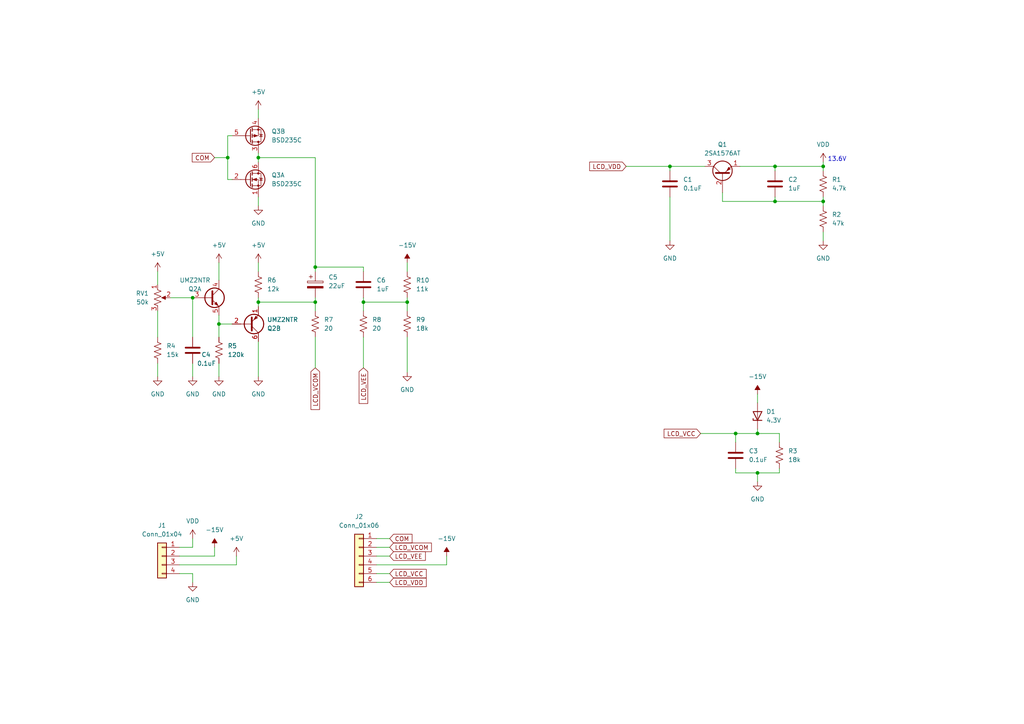
<source format=kicad_sch>
(kicad_sch (version 20230121) (generator eeschema)
  (paper "A4")
  (lib_symbols
    (symbol "Connector_Generic:Conn_01x04" (pin_names (offset 1.016) hide)
      (property "Reference" "J" (at 0 5.08 0))
      (property "Value" "Conn_01x04" (at 0 -7.62 0))
      (symbol "Conn_01x04_1_1"
        (rectangle (start -1.27 -4.953) (end 0 -5.207) (stroke (width 0.1524)))
        (rectangle (start -1.27 -2.413) (end 0 -2.667) (stroke (width 0.1524)))
        (rectangle (start -1.27 0.127) (end 0 -0.127) (stroke (width 0.1524)))
        (rectangle (start -1.27 2.667) (end 0 2.413) (stroke (width 0.1524)))
        (rectangle (start -1.27 3.81) (end 1.27 -6.35) (stroke (width 0.254)) (fill (type background)))
        (pin passive line (at -5.08 2.54 0) (length 3.81) (name "Pin_1") (number "1"))
        (pin passive line (at -5.08 0 0) (length 3.81) (name "Pin_2") (number "2"))
        (pin passive line (at -5.08 -2.54 0) (length 3.81) (name "Pin_3") (number "3"))
        (pin passive line (at -5.08 -5.08 0) (length 3.81) (name "Pin_4") (number "4"))
      )
    )
    (symbol "Connector_Generic:Conn_01x06" (pin_names (offset 1.016) hide)
      (property "Reference" "J" (at 0 7.62 0))
      (property "Value" "Conn_01x06" (at 0 -10.16 0))
      (symbol "Conn_01x06_1_1"
        (rectangle (start -1.27 -7.493) (end 0 -7.747) (stroke (width 0.1524)))
        (rectangle (start -1.27 -4.953) (end 0 -5.207) (stroke (width 0.1524)))
        (rectangle (start -1.27 -2.413) (end 0 -2.667) (stroke (width 0.1524)))
        (rectangle (start -1.27 0.127) (end 0 -0.127) (stroke (width 0.1524)))
        (rectangle (start -1.27 2.667) (end 0 2.413) (stroke (width 0.1524)))
        (rectangle (start -1.27 5.207) (end 0 4.953) (stroke (width 0.1524)))
        (rectangle (start -1.27 6.35) (end 1.27 -8.89) (stroke (width 0.254)) (fill (type background)))
        (pin passive line (at -5.08 5.08 0) (length 3.81) (name "Pin_1") (number "1"))
        (pin passive line (at -5.08 2.54 0) (length 3.81) (name "Pin_2") (number "2"))
        (pin passive line (at -5.08 0 0) (length 3.81) (name "Pin_3") (number "3"))
        (pin passive line (at -5.08 -2.54 0) (length 3.81) (name "Pin_4") (number "4"))
        (pin passive line (at -5.08 -5.08 0) (length 3.81) (name "Pin_5") (number "5"))
        (pin passive line (at -5.08 -7.62 0) (length 3.81) (name "Pin_6") (number "6"))
      )
    )
    (symbol "Device:C" (pin_numbers hide) (pin_names (offset 0.254))
      (property "Reference" "C" (at 0.635 2.54 0))
      (property "Value" "C" (at 0.635 -2.54 0))
      (symbol "C_0_1"
        (polyline (pts (xy -2.032 -0.762) (xy 2.032 -0.762)) (stroke (width 0.508)))
        (polyline (pts (xy -2.032 0.762) (xy 2.032 0.762)) (stroke (width 0.508)))
      )
      (symbol "C_1_1"
        (pin passive line (at 0 3.81 270) (length 2.794) (name "~") (number "1"))
        (pin passive line (at 0 -3.81 90) (length 2.794) (name "~") (number "2"))
      )
    )
    (symbol "Device:C_Polarized" (pin_numbers hide) (pin_names (offset 0.254))
      (property "Reference" "C" (at 0.635 2.54 0))
      (property "Value" "C_Polarized" (at 0.635 -2.54 0))
      (symbol "C_Polarized_0_1"
        (rectangle (start -2.286 0.508) (end 2.286 1.016))
        (polyline (pts (xy -1.778 2.286) (xy -0.762 2.286)))
        (polyline (pts (xy -1.27 2.794) (xy -1.27 1.778)))
        (rectangle (start 2.286 -0.508) (end -2.286 -1.016) (fill (type outline)))
      )
      (symbol "C_Polarized_1_1"
        (pin passive line (at 0 3.81 270) (length 2.794) (name "~") (number "1"))
        (pin passive line (at 0 -3.81 90) (length 2.794) (name "~") (number "2"))
      )
    )
    (symbol "Device:D_Zener" (pin_numbers hide) (pin_names (offset 1.016) hide)
      (property "Reference" "D" (at 0 2.54 0))
      (property "Value" "D_Zener" (at 0 -2.54 0))
      (symbol "D_Zener_0_1"
        (polyline (pts (xy 1.27 0) (xy -1.27 0)))
        (polyline (pts (xy -1.27 -1.27) (xy -1.27 1.27) (xy -0.762 1.27)) (stroke (width 0.254)))
        (polyline (pts (xy 1.27 -1.27) (xy 1.27 1.27) (xy -1.27 0) (xy 1.27 -1.27)) (stroke (width 0.254)))
      )
      (symbol "D_Zener_1_1"
        (pin passive line (at -3.81 0 0) (length 2.54) (name "K") (number "1"))
        (pin passive line (at 3.81 0 180) (length 2.54) (name "A") (number "2"))
      )
    )
    (symbol "Device:Q_PNP_EBC" (pin_names (offset 0) hide)
      (property "Reference" "Q" (at 5.08 1.27 0))
      (property "Value" "Q_PNP_EBC" (at 5.08 -1.27 0))
      (symbol "Q_PNP_EBC_0_1"
        (polyline (pts (xy 0.635 0.635) (xy 2.54 2.54)))
        (polyline (pts (xy 0.635 -0.635) (xy 2.54 -2.54) (xy 2.54 -2.54)))
        (polyline (pts (xy 0.635 1.905) (xy 0.635 -1.905) (xy 0.635 -1.905)) (stroke (width 0.508)))
        (polyline (pts (xy 2.286 -1.778) (xy 1.778 -2.286) (xy 1.27 -1.27) (xy 2.286 -1.778) (xy 2.286 -1.778)) (fill (type outline)))
        (circle (center 1.27 0) (radius 2.8194) (stroke (width 0.254)))
      )
      (symbol "Q_PNP_EBC_1_1"
        (pin passive line (at 2.54 -5.08 90) (length 2.54) (name "E") (number "1"))
        (pin input line (at -5.08 0 0) (length 5.715) (name "B") (number "2"))
        (pin passive line (at 2.54 5.08 270) (length 2.54) (name "C") (number "3"))
      )
    )
    (symbol "Device:R_Potentiometer_US" (pin_names (offset 1.016) hide)
      (property "Reference" "RV" (at -4.445 0 90))
      (property "Value" "R_Potentiometer_US" (at -2.54 0 90))
      (symbol "R_Potentiometer_US_0_1"
        (polyline (pts (xy 0 -2.286) (xy 0 -2.54)))
        (polyline (pts (xy 0 2.54) (xy 0 2.286)))
        (polyline (pts (xy 2.54 0) (xy 1.524 0)))
        (polyline (pts (xy 1.143 0) (xy 2.286 0.508) (xy 2.286 -0.508) (xy 1.143 0)) (fill (type outline)))
        (polyline (pts (xy 0 -0.762) (xy 1.016 -1.143) (xy 0 -1.524) (xy -1.016 -1.905) (xy 0 -2.286)))
        (polyline (pts (xy 0 0.762) (xy 1.016 0.381) (xy 0 0) (xy -1.016 -0.381) (xy 0 -0.762)))
        (polyline (pts (xy 0 2.286) (xy 1.016 1.905) (xy 0 1.524) (xy -1.016 1.143) (xy 0 0.762)))
      )
      (symbol "R_Potentiometer_US_1_1"
        (pin passive line (at 0 3.81 270) (length 1.27) (name "1") (number "1"))
        (pin passive line (at 3.81 0 180) (length 1.27) (name "2") (number "2"))
        (pin passive line (at 0 -3.81 90) (length 1.27) (name "3") (number "3"))
      )
    )
    (symbol "Device:R_US" (pin_numbers hide) (pin_names (offset 0))
      (property "Reference" "R" (at 2.54 0 90))
      (property "Value" "R_US" (at -2.54 0 90))
      (symbol "R_US_0_1"
        (polyline (pts (xy 0 -2.286) (xy 0 -2.54)))
        (polyline (pts (xy 0 2.286) (xy 0 2.54)))
        (polyline (pts (xy 0 -0.762) (xy 1.016 -1.143) (xy 0 -1.524) (xy -1.016 -1.905) (xy 0 -2.286)))
        (polyline (pts (xy 0 0.762) (xy 1.016 0.381) (xy 0 0) (xy -1.016 -0.381) (xy 0 -0.762)))
        (polyline (pts (xy 0 2.286) (xy 1.016 1.905) (xy 0 1.524) (xy -1.016 1.143) (xy 0 0.762)))
      )
      (symbol "R_US_1_1"
        (pin passive line (at 0 3.81 270) (length 1.27) (name "~") (number "1"))
        (pin passive line (at 0 -3.81 90) (length 1.27) (name "~") (number "2"))
      )
    )
    (symbol "FFB2227A_1" (pin_names (offset 0) hide)
      (property "Reference" "Q2" (at 5.08 1.27 0))
      (property "Value" "FFB2227A" (at 5.08 -1.27 0))
      (symbol "FFB2227A_1_0_1"
        (polyline (pts (xy 0.635 0) (xy -2.54 0)))
        (circle (center 1.27 0) (radius 2.8194) (stroke (width 0.254)))
        (circle (center 1.27 0) (radius 2.8194) (stroke (width 0.254)))
      )
      (symbol "FFB2227A_1_1_1"
        (polyline (pts (xy 0.635 0.635) (xy 2.54 2.54)))
        (polyline (pts (xy 0.635 -0.635) (xy 2.54 -2.54) (xy 2.54 -2.54)))
        (polyline (pts (xy 0.635 1.905) (xy 0.635 -1.905) (xy 0.635 -1.905)) (stroke (width 0.508)))
        (polyline (pts (xy 1.27 -1.778) (xy 1.778 -1.27) (xy 2.286 -2.286) (xy 1.27 -1.778) (xy 1.27 -1.778)) (fill (type outline)))
        (pin input line (at -5.08 0 0) (length 2.54) (name "B1") (number "3"))
        (pin passive line (at 2.54 5.08 270) (length 2.54) (name "C1") (number "4"))
        (pin passive line (at 2.54 -5.08 90) (length 2.54) (name "E1") (number "5"))
      )
      (symbol "FFB2227A_1_2_1"
        (polyline (pts (xy 0.635 0.635) (xy 2.54 2.54)))
        (polyline (pts (xy 0.635 -0.635) (xy 2.54 -2.54) (xy 2.54 -2.54)))
        (polyline (pts (xy 0.635 1.905) (xy 0.635 -1.905) (xy 0.635 -1.905)) (stroke (width 0.508)))
        (polyline (pts (xy 2.286 -1.778) (xy 1.778 -2.286) (xy 1.27 -1.27) (xy 2.286 -1.778) (xy 2.286 -1.778)) (fill (type outline)))
        (pin passive line (at 2.54 -5.08 90) (length 2.54) (name "E2") (number "1"))
        (pin input line (at -5.08 0 0) (length 2.54) (name "B2") (number "2"))
        (pin passive line (at 2.54 5.08 270) (length 2.54) (name "C2") (number "6"))
      )
    )
    (symbol "Transistor_BJT:FFB2227A" (pin_names (offset 0) hide)
      (property "Reference" "Q2" (at 5.08 1.27 0))
      (property "Value" "FFB2227A" (at 5.08 -1.27 0))
      (symbol "FFB2227A_0_1"
        (polyline (pts (xy 0.635 0) (xy -2.54 0)))
        (circle (center 1.27 0) (radius 2.8194) (stroke (width 0.254)))
        (circle (center 1.27 0) (radius 2.8194) (stroke (width 0.254)))
      )
      (symbol "FFB2227A_1_1"
        (polyline (pts (xy 0.635 0.635) (xy 2.54 2.54)))
        (polyline (pts (xy 0.635 -0.635) (xy 2.54 -2.54) (xy 2.54 -2.54)))
        (polyline (pts (xy 0.635 1.905) (xy 0.635 -1.905) (xy 0.635 -1.905)) (stroke (width 0.508)))
        (polyline (pts (xy 1.27 -1.778) (xy 1.778 -1.27) (xy 2.286 -2.286) (xy 1.27 -1.778) (xy 1.27 -1.778)) (fill (type outline)))
        (pin input line (at -5.08 0 0) (length 2.54) (name "B1") (number "3"))
        (pin passive line (at 2.54 5.08 270) (length 2.54) (name "C1") (number "4"))
        (pin passive line (at 2.54 -5.08 90) (length 2.54) (name "E1") (number "5"))
      )
      (symbol "FFB2227A_2_1"
        (polyline (pts (xy 0.635 0.635) (xy 2.54 2.54)))
        (polyline (pts (xy 0.635 -0.635) (xy 2.54 -2.54) (xy 2.54 -2.54)))
        (polyline (pts (xy 0.635 1.905) (xy 0.635 -1.905) (xy 0.635 -1.905)) (stroke (width 0.508)))
        (polyline (pts (xy 2.286 -1.778) (xy 1.778 -2.286) (xy 1.27 -1.27) (xy 2.286 -1.778) (xy 2.286 -1.778)) (fill (type outline)))
        (pin passive line (at 2.54 -5.08 90) (length 2.54) (name "E2") (number "1"))
        (pin input line (at -5.08 0 0) (length 2.54) (name "B2") (number "2"))
        (pin passive line (at 2.54 5.08 270) (length 2.54) (name "C2") (number "6"))
      )
    )
    (symbol "Transistor_FET:BSD235C" (pin_names hide)
      (property "Reference" "Q" (at 5.08 2.54 0))
      (property "Value" "BSD235C" (at 5.08 0 0))
      (symbol "BSD235C_1_1"
        (polyline (pts (xy 0.254 -1.905) (xy 0.254 1.905)) (stroke (width 0.254)))
        (polyline (pts (xy 0.254 0) (xy -2.54 0)))
        (polyline (pts (xy 0.762 -2.286) (xy 0.762 -1.27)) (stroke (width 0.254)))
        (polyline (pts (xy 0.762 -0.508) (xy 0.762 0.508)) (stroke (width 0.254)))
        (polyline (pts (xy 0.762 1.27) (xy 0.762 2.286)) (stroke (width 0.254)))
        (polyline (pts (xy 2.54 1.905) (xy 2.54 2.54)))
        (polyline (pts (xy 2.54 -2.54) (xy 2.54 0) (xy 0.762 0)))
        (polyline (pts (xy 0.762 1.778) (xy 3.302 1.778) (xy 3.302 -1.778) (xy 0.762 -1.778)))
        (polyline (pts (xy 1.016 0) (xy 2.032 -0.381) (xy 2.032 0.381) (xy 1.016 0)) (fill (type outline)))
        (polyline (pts (xy 2.794 0.508) (xy 2.921 0.381) (xy 3.683 0.381) (xy 3.81 0.254)))
        (polyline (pts (xy 3.302 0.381) (xy 2.921 -0.254) (xy 3.683 -0.254) (xy 3.302 0.381)))
        (circle (center 1.651 0) (radius 2.794) (stroke (width 0.254)))
        (circle (center 2.54 -1.778) (radius 0.254) (fill (type outline)))
        (circle (center 2.54 1.778) (radius 0.254) (fill (type outline)))
        (pin passive line (at 2.54 -5.08 90) (length 2.54) (name "SN") (number "1"))
        (pin input line (at -5.08 0 0) (length 2.54) (name "GN") (number "2"))
        (pin passive line (at 2.54 5.08 270) (length 2.54) (name "DN") (number "6"))
      )
      (symbol "BSD235C_2_1"
        (polyline (pts (xy 0.254 0) (xy -2.54 0)))
        (polyline (pts (xy 0.254 1.905) (xy 0.254 -1.905)) (stroke (width 0.254)))
        (polyline (pts (xy 0.762 -1.27) (xy 0.762 -2.286)) (stroke (width 0.254)))
        (polyline (pts (xy 0.762 0.508) (xy 0.762 -0.508)) (stroke (width 0.254)))
        (polyline (pts (xy 0.762 2.286) (xy 0.762 1.27)) (stroke (width 0.254)))
        (polyline (pts (xy 2.54 -1.905) (xy 2.54 -2.54)))
        (polyline (pts (xy 2.54 2.54) (xy 2.54 0) (xy 0.762 0)))
        (polyline (pts (xy 0.762 -1.778) (xy 3.302 -1.778) (xy 3.302 1.778) (xy 0.762 1.778)))
        (polyline (pts (xy 2.286 0) (xy 1.27 -0.381) (xy 1.27 0.381) (xy 2.286 0)) (fill (type outline)))
        (polyline (pts (xy 2.794 0.508) (xy 2.921 0.381) (xy 3.683 0.381) (xy 3.81 0.254)))
        (polyline (pts (xy 3.302 0.381) (xy 2.921 -0.254) (xy 3.683 -0.254) (xy 3.302 0.381)))
        (circle (center 1.651 0) (radius 2.794) (stroke (width 0.254)))
        (circle (center 2.54 -1.778) (radius 0.254) (fill (type outline)))
        (circle (center 2.54 1.778) (radius 0.254) (fill (type outline)))
        (pin passive line (at 2.54 -5.08 90) (length 2.54) (name "DP") (number "3"))
        (pin passive line (at 2.54 5.08 270) (length 2.54) (name "SP") (number "4"))
        (pin input line (at -5.08 0 0) (length 2.54) (name "GP") (number "5"))
      )
    )
    (symbol "power:+5V" (power) (pin_names (offset 0))
      (property "Value" "+5V" (at 0 3.556 0))
      (symbol "+5V_0_1"
        (polyline (pts (xy -0.762 1.27) (xy 0 2.54)))
        (polyline (pts (xy 0 0) (xy 0 2.54)))
        (polyline (pts (xy 0 2.54) (xy 0.762 1.27)))
      )
      (symbol "+5V_1_1"
        (pin power_in line (at 0 0 90) (length 0) hide (name "+5V") (number "1"))
      )
    )
    (symbol "power:-15V" (power) (pin_names (offset 0))
      (property "Value" "-15V" (at 0 3.81 0))
      (symbol "-15V_0_0"
        (pin power_in line (at 0 0 90) (length 0) hide (name "-15V") (number "1"))
      )
      (symbol "-15V_0_1"
        (polyline (pts (xy 0 0) (xy 0 1.27) (xy 0.762 1.27) (xy 0 2.54) (xy -0.762 1.27) (xy 0 1.27)) (fill (type outline)))
      )
    )
    (symbol "power:GND" (power) (pin_names (offset 0))
      (property "Value" "GND" (at 0 -3.81 0))
      (symbol "GND_0_1"
        (polyline (pts (xy 0 0) (xy 0 -1.27) (xy 1.27 -1.27) (xy 0 -2.54) (xy -1.27 -1.27) (xy 0 -1.27)))
      )
      (symbol "GND_1_1"
        (pin power_in line (at 0 0 270) (length 0) hide (name "GND") (number "1"))
      )
    )
    (symbol "power:VDD" (power) (pin_names (offset 0))
      (property "Value" "VDD" (at 0 3.81 0))
      (symbol "VDD_0_1"
        (polyline (pts (xy -0.762 1.27) (xy 0 2.54)))
        (polyline (pts (xy 0 0) (xy 0 2.54)))
        (polyline (pts (xy 0 2.54) (xy 0.762 1.27)))
      )
      (symbol "VDD_1_1"
        (pin power_in line (at 0 0 90) (length 0) hide (name "VDD") (number "1"))
      )
    )
  )
  (junction (at 224.79 48.26))
  (junction (at 219.71 125.73))
  (junction (at 238.76 48.26))
  (junction (at 66.04 45.72))
  (junction (at 224.79 58.42))
  (junction (at 219.71 137.16))
  (junction (at 105.41 87.63))
  (junction (at 55.88 86.36))
  (junction (at 91.44 87.63))
  (junction (at 91.44 77.47))
  (junction (at 74.93 45.72))
  (junction (at 74.93 87.63))
  (junction (at 213.36 125.73))
  (junction (at 118.11 87.63))
  (junction (at 194.31 48.26))
  (junction (at 63.5 93.98))
  (junction (at 238.76 58.42))
  (wire (pts (xy 91.44 87.63) (xy 91.44 86.36)))
  (wire (pts (xy 52.07 161.29) (xy 62.23 161.29)))
  (wire (pts (xy 67.31 39.37) (xy 66.04 39.37)))
  (wire (pts (xy 109.22 163.83) (xy 129.54 163.83)))
  (wire (pts (xy 219.71 114.3) (xy 219.71 116.84)))
  (wire (pts (xy 55.88 158.75) (xy 55.88 156.21)))
  (wire (pts (xy 219.71 124.46) (xy 219.71 125.73)))
  (wire (pts (xy 74.93 87.63) (xy 91.44 87.63)))
  (wire (pts (xy 109.22 158.75) (xy 113.03 158.75)))
  (wire (pts (xy 226.06 137.16) (xy 219.71 137.16)))
  (wire (pts (xy 209.55 58.42) (xy 209.55 55.88)))
  (wire (pts (xy 129.54 163.83) (xy 129.54 161.29)))
  (wire (pts (xy 91.44 97.79) (xy 91.44 106.68)))
  (wire (pts (xy 68.58 163.83) (xy 68.58 161.29)))
  (wire (pts (xy 74.93 87.63) (xy 74.93 88.9)))
  (wire (pts (xy 203.2 125.73) (xy 213.36 125.73)))
  (wire (pts (xy 194.31 48.26) (xy 194.31 49.53)))
  (wire (pts (xy 109.22 168.91) (xy 113.03 168.91)))
  (wire (pts (xy 224.79 48.26) (xy 238.76 48.26)))
  (wire (pts (xy 52.07 163.83) (xy 68.58 163.83)))
  (wire (pts (xy 62.23 161.29) (xy 62.23 158.75)))
  (wire (pts (xy 238.76 48.26) (xy 238.76 49.53)))
  (wire (pts (xy 224.79 58.42) (xy 224.79 57.15)))
  (wire (pts (xy 238.76 57.15) (xy 238.76 58.42)))
  (wire (pts (xy 194.31 57.15) (xy 194.31 69.85)))
  (wire (pts (xy 66.04 45.72) (xy 66.04 52.07)))
  (wire (pts (xy 219.71 137.16) (xy 219.71 139.7)))
  (wire (pts (xy 74.93 45.72) (xy 91.44 45.72)))
  (wire (pts (xy 91.44 77.47) (xy 91.44 78.74)))
  (wire (pts (xy 63.5 76.2) (xy 63.5 81.28)))
  (wire (pts (xy 74.93 57.15) (xy 74.93 59.69)))
  (wire (pts (xy 105.41 87.63) (xy 105.41 90.17)))
  (wire (pts (xy 238.76 67.31) (xy 238.76 69.85)))
  (wire (pts (xy 224.79 49.53) (xy 224.79 48.26)))
  (wire (pts (xy 74.93 99.06) (xy 74.93 109.22)))
  (wire (pts (xy 105.41 87.63) (xy 118.11 87.63)))
  (wire (pts (xy 213.36 125.73) (xy 219.71 125.73)))
  (wire (pts (xy 105.41 86.36) (xy 105.41 87.63)))
  (wire (pts (xy 63.5 105.41) (xy 63.5 109.22)))
  (wire (pts (xy 63.5 91.44) (xy 63.5 93.98)))
  (wire (pts (xy 109.22 166.37) (xy 113.03 166.37)))
  (wire (pts (xy 213.36 135.89) (xy 213.36 137.16)))
  (wire (pts (xy 52.07 158.75) (xy 55.88 158.75)))
  (wire (pts (xy 213.36 137.16) (xy 219.71 137.16)))
  (wire (pts (xy 66.04 52.07) (xy 67.31 52.07)))
  (wire (pts (xy 45.72 105.41) (xy 45.72 109.22)))
  (wire (pts (xy 214.63 48.26) (xy 224.79 48.26)))
  (wire (pts (xy 63.5 93.98) (xy 67.31 93.98)))
  (wire (pts (xy 45.72 90.17) (xy 45.72 97.79)))
  (wire (pts (xy 52.07 166.37) (xy 55.88 166.37)))
  (wire (pts (xy 105.41 97.79) (xy 105.41 106.68)))
  (wire (pts (xy 55.88 105.41) (xy 55.88 109.22)))
  (wire (pts (xy 74.93 31.75) (xy 74.93 34.29)))
  (wire (pts (xy 74.93 45.72) (xy 74.93 46.99)))
  (wire (pts (xy 62.23 45.72) (xy 66.04 45.72)))
  (wire (pts (xy 118.11 87.63) (xy 118.11 90.17)))
  (wire (pts (xy 55.88 166.37) (xy 55.88 168.91)))
  (wire (pts (xy 105.41 77.47) (xy 91.44 77.47)))
  (wire (pts (xy 219.71 125.73) (xy 226.06 125.73)))
  (wire (pts (xy 224.79 58.42) (xy 209.55 58.42)))
  (wire (pts (xy 74.93 44.45) (xy 74.93 45.72)))
  (wire (pts (xy 238.76 46.99) (xy 238.76 48.26)))
  (wire (pts (xy 74.93 86.36) (xy 74.93 87.63)))
  (wire (pts (xy 226.06 125.73) (xy 226.06 128.27)))
  (wire (pts (xy 55.88 86.36) (xy 55.88 97.79)))
  (wire (pts (xy 63.5 93.98) (xy 63.5 97.79)))
  (wire (pts (xy 118.11 76.2) (xy 118.11 78.74)))
  (wire (pts (xy 204.47 48.26) (xy 194.31 48.26)))
  (wire (pts (xy 118.11 97.79) (xy 118.11 107.95)))
  (wire (pts (xy 66.04 39.37) (xy 66.04 45.72)))
  (wire (pts (xy 238.76 58.42) (xy 224.79 58.42)))
  (wire (pts (xy 105.41 78.74) (xy 105.41 77.47)))
  (wire (pts (xy 45.72 78.74) (xy 45.72 82.55)))
  (wire (pts (xy 49.53 86.36) (xy 55.88 86.36)))
  (wire (pts (xy 181.61 48.26) (xy 194.31 48.26)))
  (wire (pts (xy 74.93 76.2) (xy 74.93 78.74)))
  (wire (pts (xy 238.76 58.42) (xy 238.76 59.69)))
  (wire (pts (xy 226.06 135.89) (xy 226.06 137.16)))
  (wire (pts (xy 91.44 87.63) (xy 91.44 90.17)))
  (wire (pts (xy 213.36 128.27) (xy 213.36 125.73)))
  (wire (pts (xy 91.44 45.72) (xy 91.44 77.47)))
  (wire (pts (xy 118.11 86.36) (xy 118.11 87.63)))
  (wire (pts (xy 109.22 156.21) (xy 113.03 156.21)))
  (wire (pts (xy 109.22 161.29) (xy 113.03 161.29)))
  (text "13.6V" (at 240.03 46.99 0) (effects (font (size 1.27 1.27)) (justify left bottom)))
  (global_label "COM" (shape input) (at 62.23 45.72 180) (property "Intersheetrefs" "${INTERSHEET_REFS}" (effects hide)))
  (global_label "LCD_VDD" (shape input) (at 113.03 168.91 0) (property "Intersheetrefs" "${INTERSHEET_REFS}" (effects hide)))
  (global_label "LCD_VCC" (shape input) (at 203.2 125.73 180) (property "Intersheetrefs" "${INTERSHEET_REFS}" (effects hide)))
  (global_label "LCD_VDD" (shape input) (at 181.61 48.26 180) (property "Intersheetrefs" "${INTERSHEET_REFS}" (effects hide)))
  (global_label "COM" (shape input) (at 113.03 156.21 0) (property "Intersheetrefs" "${INTERSHEET_REFS}" (effects hide)))
  (global_label "LCD_VEE" (shape input) (at 105.41 106.68 270) (property "Intersheetrefs" "${INTERSHEET_REFS}" (effects hide)))
  (global_label "LCD_VCC" (shape input) (at 113.03 166.37 0) (property "Intersheetrefs" "${INTERSHEET_REFS}" (effects hide)))
  (global_label "LCD_VEE" (shape input) (at 113.03 161.29 0) (property "Intersheetrefs" "${INTERSHEET_REFS}" (effects hide)))
  (global_label "LCD_VCOM" (shape input) (at 91.44 106.68 270) (property "Intersheetrefs" "${INTERSHEET_REFS}" (effects hide)))
  (global_label "LCD_VCOM" (shape input) (at 113.03 158.75 0) (property "Intersheetrefs" "${INTERSHEET_REFS}" (effects hide)))
  (symbol (lib_id "power:VDD") (at 238.76 46.99 0) (unit 1)
    (property "Reference" "#PWR02" (effects hide))
    (property "Value" "VDD" (at 238.76 41.91 0))
  )
  (symbol (lib_name "FFB2227A_1") (lib_id "Transistor_BJT:FFB2227A") (at 72.39 93.98 0) (mirror x) (unit 2)
    (property "Reference" "Q2" (at 77.47 95.25 0) (effects (justify left)))
    (property "Value" "UMZ2NTR" (at 77.47 92.71 0) (effects (justify left)))
    (property "Footprint" "Package_TO_SOT_SMD:SOT-363_SC-70-6" (effects hide))
    (property "Datasheet" "http://www.onsemi.com/pub/Collateral/FMB2227A-D.PDF" (effects hide))
  )
  (symbol (lib_id "power:GND") (at 45.72 109.22 0) (unit 1)
    (property "Reference" "#PWR06" (effects hide))
    (property "Value" "GND" (at 45.72 114.3 0))
  )
  (symbol (lib_id "power:-15V") (at 219.71 114.3 0) (unit 1)
    (property "Reference" "#PWR04" (effects hide))
    (property "Value" "-15V" (at 219.71 109.22 0))
  )
  (symbol (lib_id "power:-15V") (at 118.11 76.2 0) (unit 1)
    (property "Reference" "#PWR013" (effects hide))
    (property "Value" "-15V" (at 118.11 71.12 0))
  )
  (symbol (lib_id "power:GND") (at 118.11 107.95 0) (unit 1)
    (property "Reference" "#PWR014" (effects hide))
    (property "Value" "GND" (at 118.11 113.03 0))
  )
  (symbol (lib_id "Device:D_Zener") (at 219.71 120.65 90) (unit 1)
    (property "Reference" "D1" (at 222.25 119.38 90) (effects (justify right)))
    (property "Value" "4.3V" (at 222.25 121.92 90) (effects (justify right)))
    (property "Footprint" "Diode_SMD:D_SOD-123" (effects hide))
  )
  (symbol (lib_id "Device:Q_PNP_EBC") (at 209.55 50.8 90) (unit 1)
    (property "Reference" "Q1" (at 209.55 41.91 90))
    (property "Value" "2SA1576AT" (at 209.55 44.45 90))
    (property "Footprint" "Package_TO_SOT_SMD:SOT-323_SC-70_Handsoldering" (effects hide))
  )
  (symbol (lib_id "Connector_Generic:Conn_01x04") (at 46.99 161.29 0) (mirror y) (unit 1)
    (property "Reference" "J1" (at 46.99 152.4 0))
    (property "Value" "Conn_01x04" (at 46.99 154.94 0))
    (property "Footprint" "Connector_PinHeader_2.54mm:PinHeader_1x04_P2.54mm_Vertical" (effects hide))
  )
  (symbol (lib_id "Device:R_US") (at 91.44 93.98 0) (unit 1)
    (property "Reference" "R7" (at 93.98 92.71 0) (effects (justify left)))
    (property "Value" "20" (at 93.98 95.25 0) (effects (justify left)))
    (property "Footprint" "Resistor_SMD:R_0805_2012Metric_Pad1.20x1.40mm_HandSolder" (effects hide))
  )
  (symbol (lib_id "Device:R_US") (at 226.06 132.08 0) (unit 1)
    (property "Reference" "R3" (at 228.6 130.81 0) (effects (justify left)))
    (property "Value" "18k" (at 228.6 133.35 0) (effects (justify left)))
    (property "Footprint" "Resistor_SMD:R_0805_2012Metric_Pad1.20x1.40mm_HandSolder" (effects hide))
  )
  (symbol (lib_id "power:+5V") (at 68.58 161.29 0) (unit 1)
    (property "Reference" "#PWR018" (effects hide))
    (property "Value" "+5V" (at 68.58 156.21 0))
  )
  (symbol (lib_id "Connector_Generic:Conn_01x06") (at 104.14 161.29 0) (mirror y) (unit 1)
    (property "Reference" "J2" (at 104.14 149.86 0))
    (property "Value" "Conn_01x06" (at 104.14 152.4 0))
    (property "Footprint" "Connector_PinHeader_2.54mm:PinHeader_1x06_P2.54mm_Vertical" (effects hide))
  )
  (symbol (lib_id "Device:R_US") (at 118.11 82.55 0) (unit 1)
    (property "Reference" "R10" (at 120.65 81.28 0) (effects (justify left)))
    (property "Value" "11k" (at 120.65 83.82 0) (effects (justify left)))
    (property "Footprint" "Resistor_SMD:R_0805_2012Metric_Pad1.20x1.40mm_HandSolder" (effects hide))
  )
  (symbol (lib_id "power:GND") (at 219.71 139.7 0) (unit 1)
    (property "Reference" "#PWR05" (effects hide))
    (property "Value" "GND" (at 219.71 144.78 0))
  )
  (symbol (lib_id "Transistor_FET:BSD235C") (at 72.39 39.37 0) (unit 2)
    (property "Reference" "Q3" (at 78.74 38.1 0) (effects (justify left)))
    (property "Value" "BSD235C" (at 78.74 40.64 0) (effects (justify left)))
    (property "Footprint" "Package_TO_SOT_SMD:SOT-666" (effects hide))
    (property "Datasheet" "https://www.infineon.com/dgdl/Infineon-BSD235C-DS-v02_04-EN.pdf?fileId=db3a30433580b371013585a2d0d53326" (effects hide))
  )
  (symbol (lib_id "power:GND") (at 55.88 168.91 0) (unit 1)
    (property "Reference" "#PWR017" (effects hide))
    (property "Value" "GND" (at 55.88 173.99 0))
  )
  (symbol (lib_id "power:GND") (at 194.31 69.85 0) (unit 1)
    (property "Reference" "#PWR03" (effects hide))
    (property "Value" "GND" (at 194.31 74.93 0))
  )
  (symbol (lib_id "power:+5V") (at 63.5 76.2 0) (unit 1)
    (property "Reference" "#PWR012" (effects hide))
    (property "Value" "+5V" (at 63.5 71.12 0))
  )
  (symbol (lib_id "Device:R_US") (at 105.41 93.98 0) (unit 1)
    (property "Reference" "R8" (at 107.95 92.71 0) (effects (justify left)))
    (property "Value" "20" (at 107.95 95.25 0) (effects (justify left)))
    (property "Footprint" "Resistor_SMD:R_0805_2012Metric_Pad1.20x1.40mm_HandSolder" (effects hide))
  )
  (symbol (lib_id "Device:C") (at 213.36 132.08 0) (unit 1)
    (property "Reference" "C3" (at 217.17 130.81 0) (effects (justify left)))
    (property "Value" "0.1uF" (at 217.17 133.35 0) (effects (justify left)))
    (property "Footprint" "Resistor_SMD:R_0805_2012Metric_Pad1.20x1.40mm_HandSolder" (effects hide))
  )
  (symbol (lib_id "Transistor_FET:BSD235C") (at 72.39 52.07 0) (unit 1)
    (property "Reference" "Q3" (at 78.74 50.8 0) (effects (justify left)))
    (property "Value" "BSD235C" (at 78.74 53.34 0) (effects (justify left)))
    (property "Footprint" "Package_TO_SOT_SMD:SOT-666" (effects hide))
    (property "Datasheet" "https://www.infineon.com/dgdl/Infineon-BSD235C-DS-v02_04-EN.pdf?fileId=db3a30433580b371013585a2d0d53326" (effects hide))
  )
  (symbol (lib_id "power:GND") (at 74.93 59.69 0) (unit 1)
    (property "Reference" "#PWR015" (effects hide))
    (property "Value" "GND" (at 74.93 64.77 0))
  )
  (symbol (lib_id "Device:R_US") (at 45.72 101.6 0) (unit 1)
    (property "Reference" "R4" (at 48.26 100.33 0) (effects (justify left)))
    (property "Value" "15k" (at 48.26 102.87 0) (effects (justify left)))
    (property "Footprint" "Resistor_SMD:R_0805_2012Metric_Pad1.20x1.40mm_HandSolder" (effects hide))
  )
  (symbol (lib_id "Device:C_Polarized") (at 91.44 82.55 0) (unit 1)
    (property "Reference" "C5" (at 95.25 80.391 0) (effects (justify left)))
    (property "Value" "22uF" (at 95.25 82.931 0) (effects (justify left)))
    (property "Footprint" "Capacitor_SMD:CP_Elec_4x5.3" (effects hide))
  )
  (symbol (lib_id "power:GND") (at 238.76 69.85 0) (unit 1)
    (property "Reference" "#PWR01" (effects hide))
    (property "Value" "GND" (at 238.76 74.93 0))
  )
  (symbol (lib_id "Device:C") (at 194.31 53.34 0) (unit 1)
    (property "Reference" "C1" (at 198.12 52.07 0) (effects (justify left)))
    (property "Value" "0.1uF" (at 198.12 54.61 0) (effects (justify left)))
    (property "Footprint" "Resistor_SMD:R_0805_2012Metric_Pad1.20x1.40mm_HandSolder" (effects hide))
  )
  (symbol (lib_id "Device:C") (at 55.88 101.6 0) (unit 1)
    (property "Reference" "C4" (at 58.42 102.87 0) (effects (justify left)))
    (property "Value" "0.1uF" (at 57.15 105.41 0) (effects (justify left)))
    (property "Footprint" "Resistor_SMD:R_0805_2012Metric_Pad1.20x1.40mm_HandSolder" (effects hide))
  )
  (symbol (lib_id "power:-15V") (at 62.23 158.75 0) (unit 1)
    (property "Reference" "#PWR019" (effects hide))
    (property "Value" "-15V" (at 62.23 153.67 0))
  )
  (symbol (lib_id "Device:R_Potentiometer_US") (at 45.72 86.36 0) (unit 1)
    (property "Reference" "RV1" (at 43.18 85.09 0) (effects (justify right)))
    (property "Value" "50k" (at 43.18 87.63 0) (effects (justify right)))
    (property "Footprint" "Potentiometer_SMD:Potentiometer_Bourns_3314J_Vertical" (effects hide))
  )
  (symbol (lib_id "power:VDD") (at 55.88 156.21 0) (unit 1)
    (property "Reference" "#PWR020" (effects hide))
    (property "Value" "VDD" (at 55.88 151.13 0))
  )
  (symbol (lib_id "Device:C") (at 105.41 82.55 0) (unit 1)
    (property "Reference" "C6" (at 109.22 81.28 0) (effects (justify left)))
    (property "Value" "1uF" (at 109.22 83.82 0) (effects (justify left)))
    (property "Footprint" "Resistor_SMD:R_0805_2012Metric_Pad1.20x1.40mm_HandSolder" (effects hide))
  )
  (symbol (lib_id "power:-15V") (at 129.54 161.29 0) (unit 1)
    (property "Reference" "#PWR021" (effects hide))
    (property "Value" "-15V" (at 129.54 156.21 0))
  )
  (symbol (lib_id "Device:R_US") (at 74.93 82.55 0) (unit 1)
    (property "Reference" "R6" (at 77.47 81.28 0) (effects (justify left)))
    (property "Value" "12k" (at 77.47 83.82 0) (effects (justify left)))
    (property "Footprint" "Resistor_SMD:R_0805_2012Metric_Pad1.20x1.40mm_HandSolder" (effects hide))
  )
  (symbol (lib_id "power:+5V") (at 74.93 76.2 0) (unit 1)
    (property "Reference" "#PWR010" (effects hide))
    (property "Value" "+5V" (at 74.93 71.12 0))
  )
  (symbol (lib_id "Device:C") (at 224.79 53.34 0) (unit 1)
    (property "Reference" "C2" (at 228.6 52.07 0) (effects (justify left)))
    (property "Value" "1uF" (at 228.6 54.61 0) (effects (justify left)))
    (property "Footprint" "Resistor_SMD:R_0805_2012Metric_Pad1.20x1.40mm_HandSolder" (effects hide))
  )
  (symbol (lib_id "Device:R_US") (at 238.76 53.34 0) (unit 1)
    (property "Reference" "R1" (at 241.3 52.07 0) (effects (justify left)))
    (property "Value" "4.7k" (at 241.3 54.61 0) (effects (justify left)))
    (property "Footprint" "Resistor_SMD:R_0805_2012Metric_Pad1.20x1.40mm_HandSolder" (effects hide))
  )
  (symbol (lib_id "power:GND") (at 74.93 109.22 0) (unit 1)
    (property "Reference" "#PWR011" (effects hide))
    (property "Value" "GND" (at 74.93 114.3 0))
  )
  (symbol (lib_id "power:+5V") (at 74.93 31.75 0) (unit 1)
    (property "Reference" "#PWR016" (effects hide))
    (property "Value" "+5V" (at 74.93 26.67 0))
  )
  (symbol (lib_id "Device:R_US") (at 118.11 93.98 0) (unit 1)
    (property "Reference" "R9" (at 120.65 92.71 0) (effects (justify left)))
    (property "Value" "18k" (at 120.65 95.25 0) (effects (justify left)))
    (property "Footprint" "Resistor_SMD:R_0805_2012Metric_Pad1.20x1.40mm_HandSolder" (effects hide))
  )
  (symbol (lib_id "power:GND") (at 55.88 109.22 0) (unit 1)
    (property "Reference" "#PWR07" (effects hide))
    (property "Value" "GND" (at 55.88 114.3 0))
  )
  (symbol (lib_id "power:GND") (at 63.5 109.22 0) (unit 1)
    (property "Reference" "#PWR08" (effects hide))
    (property "Value" "GND" (at 63.5 114.3 0))
  )
  (symbol (lib_id "Device:R_US") (at 238.76 63.5 0) (unit 1)
    (property "Reference" "R2" (at 241.3 62.23 0) (effects (justify left)))
    (property "Value" "47k" (at 241.3 64.77 0) (effects (justify left)))
    (property "Footprint" "Resistor_SMD:R_0805_2012Metric_Pad1.20x1.40mm_HandSolder" (effects hide))
  )
  (symbol (lib_id "power:+5V") (at 45.72 78.74 0) (unit 1)
    (property "Reference" "#PWR09" (effects hide))
    (property "Value" "+5V" (at 45.72 73.66 0))
  )
  (symbol (lib_id "Transistor_BJT:FFB2227A") (at 60.96 86.36 0) (unit 1)
    (property "Reference" "Q2" (at 54.61 83.82 0) (effects (justify left)))
    (property "Value" "UMZ2NTR" (at 52.07 81.28 0) (effects (justify left)))
    (property "Footprint" "Package_TO_SOT_SMD:SOT-363_SC-70-6" (effects hide))
    (property "Datasheet" "http://www.onsemi.com/pub/Collateral/FMB2227A-D.PDF" (effects hide))
  )
  (symbol (lib_id "Device:R_US") (at 63.5 101.6 0) (unit 1)
    (property "Reference" "R5" (at 66.04 100.33 0) (effects (justify left)))
    (property "Value" "120k" (at 66.04 102.87 0) (effects (justify left)))
    (property "Footprint" "Resistor_SMD:R_0805_2012Metric_Pad1.20x1.40mm_HandSolder" (effects hide))
  )
)
</source>
